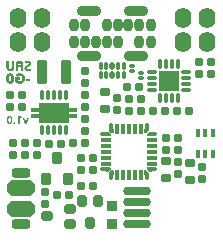
<source format=gbs>
G04*
G04 #@! TF.GenerationSoftware,Altium Limited,Altium Designer,19.1.5 (86)*
G04*
G04 Layer_Color=16711935*
%FSLAX25Y25*%
%MOIN*%
G70*
G01*
G75*
G04:AMPARAMS|DCode=35|XSize=27.62mil|YSize=27.62mil|CornerRadius=4.36mil|HoleSize=0mil|Usage=FLASHONLY|Rotation=270.000|XOffset=0mil|YOffset=0mil|HoleType=Round|Shape=RoundedRectangle|*
%AMROUNDEDRECTD35*
21,1,0.02762,0.01890,0,0,270.0*
21,1,0.01890,0.02762,0,0,270.0*
1,1,0.00872,-0.00945,-0.00945*
1,1,0.00872,-0.00945,0.00945*
1,1,0.00872,0.00945,0.00945*
1,1,0.00872,0.00945,-0.00945*
%
%ADD35ROUNDEDRECTD35*%
G04:AMPARAMS|DCode=37|XSize=27.62mil|YSize=27.62mil|CornerRadius=4.36mil|HoleSize=0mil|Usage=FLASHONLY|Rotation=180.000|XOffset=0mil|YOffset=0mil|HoleType=Round|Shape=RoundedRectangle|*
%AMROUNDEDRECTD37*
21,1,0.02762,0.01890,0,0,180.0*
21,1,0.01890,0.02762,0,0,180.0*
1,1,0.00872,-0.00945,0.00945*
1,1,0.00872,0.00945,0.00945*
1,1,0.00872,0.00945,-0.00945*
1,1,0.00872,-0.00945,-0.00945*
%
%ADD37ROUNDEDRECTD37*%
G04:AMPARAMS|DCode=43|XSize=14mil|YSize=20mil|CornerRadius=4.5mil|HoleSize=0mil|Usage=FLASHONLY|Rotation=270.000|XOffset=0mil|YOffset=0mil|HoleType=Round|Shape=RoundedRectangle|*
%AMROUNDEDRECTD43*
21,1,0.01400,0.01100,0,0,270.0*
21,1,0.00500,0.02000,0,0,270.0*
1,1,0.00900,-0.00550,-0.00250*
1,1,0.00900,-0.00550,0.00250*
1,1,0.00900,0.00550,0.00250*
1,1,0.00900,0.00550,-0.00250*
%
%ADD43ROUNDEDRECTD43*%
%ADD49O,0.05518X0.06935*%
%ADD52O,0.03392X0.04337*%
G04:AMPARAMS|DCode=96|XSize=27.62mil|YSize=31.56mil|CornerRadius=4.95mil|HoleSize=0mil|Usage=FLASHONLY|Rotation=270.000|XOffset=0mil|YOffset=0mil|HoleType=Round|Shape=RoundedRectangle|*
%AMROUNDEDRECTD96*
21,1,0.02762,0.02165,0,0,270.0*
21,1,0.01772,0.03156,0,0,270.0*
1,1,0.00991,-0.01083,-0.00886*
1,1,0.00991,-0.01083,0.00886*
1,1,0.00991,0.01083,0.00886*
1,1,0.00991,0.01083,-0.00886*
%
%ADD96ROUNDEDRECTD96*%
G04:AMPARAMS|DCode=97|XSize=31.56mil|YSize=63.06mil|CornerRadius=8.89mil|HoleSize=0mil|Usage=FLASHONLY|Rotation=270.000|XOffset=0mil|YOffset=0mil|HoleType=Round|Shape=RoundedRectangle|*
%AMROUNDEDRECTD97*
21,1,0.03156,0.04528,0,0,270.0*
21,1,0.01378,0.06306,0,0,270.0*
1,1,0.01778,-0.02264,-0.00689*
1,1,0.01778,-0.02264,0.00689*
1,1,0.01778,0.02264,0.00689*
1,1,0.01778,0.02264,-0.00689*
%
%ADD97ROUNDEDRECTD97*%
%ADD98R,0.07093X0.07093*%
%ADD99O,0.03353X0.01384*%
%ADD100O,0.01384X0.03353*%
G04:AMPARAMS|DCode=101|XSize=15.81mil|YSize=29.98mil|CornerRadius=4.95mil|HoleSize=0mil|Usage=FLASHONLY|Rotation=180.000|XOffset=0mil|YOffset=0mil|HoleType=Round|Shape=RoundedRectangle|*
%AMROUNDEDRECTD101*
21,1,0.01581,0.02008,0,0,180.0*
21,1,0.00591,0.02998,0,0,180.0*
1,1,0.00991,-0.00295,0.01004*
1,1,0.00991,0.00295,0.01004*
1,1,0.00991,0.00295,-0.01004*
1,1,0.00991,-0.00295,-0.01004*
%
%ADD101ROUNDEDRECTD101*%
G04:AMPARAMS|DCode=102|XSize=82.74mil|YSize=35.5mil|CornerRadius=9.87mil|HoleSize=0mil|Usage=FLASHONLY|Rotation=90.000|XOffset=0mil|YOffset=0mil|HoleType=Round|Shape=RoundedRectangle|*
%AMROUNDEDRECTD102*
21,1,0.08274,0.01575,0,0,90.0*
21,1,0.06299,0.03550,0,0,90.0*
1,1,0.01975,0.00787,0.03150*
1,1,0.01975,0.00787,-0.03150*
1,1,0.01975,-0.00787,-0.03150*
1,1,0.01975,-0.00787,0.03150*
%
%ADD102ROUNDEDRECTD102*%
%ADD103R,0.09849X0.06896*%
%ADD104O,0.01306X0.03550*%
G04:AMPARAMS|DCode=105|XSize=31.56mil|YSize=39.43mil|CornerRadius=8.89mil|HoleSize=0mil|Usage=FLASHONLY|Rotation=180.000|XOffset=0mil|YOffset=0mil|HoleType=Round|Shape=RoundedRectangle|*
%AMROUNDEDRECTD105*
21,1,0.03156,0.02165,0,0,180.0*
21,1,0.01378,0.03943,0,0,180.0*
1,1,0.01778,-0.00689,0.01083*
1,1,0.01778,0.00689,0.01083*
1,1,0.01778,0.00689,-0.01083*
1,1,0.01778,-0.00689,-0.01083*
%
%ADD105ROUNDEDRECTD105*%
G04:AMPARAMS|DCode=106|XSize=31.56mil|YSize=39.43mil|CornerRadius=8.89mil|HoleSize=0mil|Usage=FLASHONLY|Rotation=90.000|XOffset=0mil|YOffset=0mil|HoleType=Round|Shape=RoundedRectangle|*
%AMROUNDEDRECTD106*
21,1,0.03156,0.02165,0,0,90.0*
21,1,0.01378,0.03943,0,0,90.0*
1,1,0.01778,0.01083,0.00689*
1,1,0.01778,0.01083,-0.00689*
1,1,0.01778,-0.01083,-0.00689*
1,1,0.01778,-0.01083,0.00689*
%
%ADD106ROUNDEDRECTD106*%
G04:AMPARAMS|DCode=107|XSize=94mil|YSize=51.24mil|CornerRadius=0mil|HoleSize=0mil|Usage=FLASHONLY|Rotation=180.000|XOffset=0mil|YOffset=0mil|HoleType=Round|Shape=Octagon|*
%AMOCTAGOND107*
4,1,8,-0.04700,0.01281,-0.04700,-0.01281,-0.03419,-0.02562,0.03419,-0.02562,0.04700,-0.01281,0.04700,0.01281,0.03419,0.02562,-0.03419,0.02562,-0.04700,0.01281,0.0*
%
%ADD107OCTAGOND107*%

G04:AMPARAMS|DCode=108|XSize=29mil|YSize=94mil|CornerRadius=14.5mil|HoleSize=0mil|Usage=FLASHONLY|Rotation=90.000|XOffset=0mil|YOffset=0mil|HoleType=Round|Shape=RoundedRectangle|*
%AMROUNDEDRECTD108*
21,1,0.02900,0.06500,0,0,90.0*
21,1,0.00000,0.09400,0,0,90.0*
1,1,0.02900,0.03250,0.00000*
1,1,0.02900,0.03250,0.00000*
1,1,0.02900,-0.03250,0.00000*
1,1,0.02900,-0.03250,0.00000*
%
%ADD108ROUNDEDRECTD108*%
G04:AMPARAMS|DCode=109|XSize=35.5mil|YSize=35.5mil|CornerRadius=5.15mil|HoleSize=0mil|Usage=FLASHONLY|Rotation=90.000|XOffset=0mil|YOffset=0mil|HoleType=Round|Shape=RoundedRectangle|*
%AMROUNDEDRECTD109*
21,1,0.03550,0.02520,0,0,90.0*
21,1,0.02520,0.03550,0,0,90.0*
1,1,0.01030,0.01260,0.01260*
1,1,0.01030,0.01260,-0.01260*
1,1,0.01030,-0.01260,-0.01260*
1,1,0.01030,-0.01260,0.01260*
%
%ADD109ROUNDEDRECTD109*%
G04:AMPARAMS|DCode=110|XSize=16mil|YSize=26mil|CornerRadius=5mil|HoleSize=0mil|Usage=FLASHONLY|Rotation=270.000|XOffset=0mil|YOffset=0mil|HoleType=Round|Shape=RoundedRectangle|*
%AMROUNDEDRECTD110*
21,1,0.01600,0.01600,0,0,270.0*
21,1,0.00600,0.02600,0,0,270.0*
1,1,0.01000,-0.00800,-0.00300*
1,1,0.01000,-0.00800,0.00300*
1,1,0.01000,0.00800,0.00300*
1,1,0.01000,0.00800,-0.00300*
%
%ADD110ROUNDEDRECTD110*%
G04:AMPARAMS|DCode=111|XSize=16mil|YSize=36mil|CornerRadius=5mil|HoleSize=0mil|Usage=FLASHONLY|Rotation=270.000|XOffset=0mil|YOffset=0mil|HoleType=Round|Shape=RoundedRectangle|*
%AMROUNDEDRECTD111*
21,1,0.01600,0.02600,0,0,270.0*
21,1,0.00600,0.03600,0,0,270.0*
1,1,0.01000,-0.01300,-0.00300*
1,1,0.01000,-0.01300,0.00300*
1,1,0.01000,0.01300,0.00300*
1,1,0.01000,0.01300,-0.00300*
%
%ADD111ROUNDEDRECTD111*%
G04:AMPARAMS|DCode=112|XSize=16mil|YSize=26mil|CornerRadius=5mil|HoleSize=0mil|Usage=FLASHONLY|Rotation=0.000|XOffset=0mil|YOffset=0mil|HoleType=Round|Shape=RoundedRectangle|*
%AMROUNDEDRECTD112*
21,1,0.01600,0.01600,0,0,0.0*
21,1,0.00600,0.02600,0,0,0.0*
1,1,0.01000,0.00300,-0.00800*
1,1,0.01000,-0.00300,-0.00800*
1,1,0.01000,-0.00300,0.00800*
1,1,0.01000,0.00300,0.00800*
%
%ADD112ROUNDEDRECTD112*%
G04:AMPARAMS|DCode=113|XSize=16mil|YSize=36mil|CornerRadius=5mil|HoleSize=0mil|Usage=FLASHONLY|Rotation=0.000|XOffset=0mil|YOffset=0mil|HoleType=Round|Shape=RoundedRectangle|*
%AMROUNDEDRECTD113*
21,1,0.01600,0.02600,0,0,0.0*
21,1,0.00600,0.03600,0,0,0.0*
1,1,0.01000,0.00300,-0.01300*
1,1,0.01000,-0.00300,-0.01300*
1,1,0.01000,-0.00300,0.01300*
1,1,0.01000,0.00300,0.01300*
%
%ADD113ROUNDEDRECTD113*%
G04:AMPARAMS|DCode=114|XSize=11.87mil|YSize=24.67mil|CornerRadius=3.97mil|HoleSize=0mil|Usage=FLASHONLY|Rotation=0.000|XOffset=0mil|YOffset=0mil|HoleType=Round|Shape=RoundedRectangle|*
%AMROUNDEDRECTD114*
21,1,0.01187,0.01673,0,0,0.0*
21,1,0.00394,0.02467,0,0,0.0*
1,1,0.00794,0.00197,-0.00837*
1,1,0.00794,-0.00197,-0.00837*
1,1,0.00794,-0.00197,0.00837*
1,1,0.00794,0.00197,0.00837*
%
%ADD114ROUNDEDRECTD114*%
G04:AMPARAMS|DCode=115|XSize=19.75mil|YSize=24.67mil|CornerRadius=5.94mil|HoleSize=0mil|Usage=FLASHONLY|Rotation=180.000|XOffset=0mil|YOffset=0mil|HoleType=Round|Shape=RoundedRectangle|*
%AMROUNDEDRECTD115*
21,1,0.01975,0.01280,0,0,180.0*
21,1,0.00787,0.02467,0,0,180.0*
1,1,0.01187,-0.00394,0.00640*
1,1,0.01187,0.00394,0.00640*
1,1,0.01187,0.00394,-0.00640*
1,1,0.01187,-0.00394,-0.00640*
%
%ADD115ROUNDEDRECTD115*%
G04:AMPARAMS|DCode=116|XSize=35.58mil|YSize=42.27mil|CornerRadius=9.89mil|HoleSize=0mil|Usage=FLASHONLY|Rotation=0.000|XOffset=0mil|YOffset=0mil|HoleType=Round|Shape=RoundedRectangle|*
%AMROUNDEDRECTD116*
21,1,0.03558,0.02248,0,0,0.0*
21,1,0.01579,0.04227,0,0,0.0*
1,1,0.01979,0.00789,-0.01124*
1,1,0.01979,-0.00789,-0.01124*
1,1,0.01979,-0.00789,0.01124*
1,1,0.01979,0.00789,0.01124*
%
%ADD116ROUNDEDRECTD116*%
%ADD117R,0.03550X0.01502*%
%ADD118O,0.08265X0.03343*%
G36*
X49313Y31370D02*
X49369Y31313D01*
X49400Y31240D01*
Y31200D01*
Y30650D01*
X48550Y29800D01*
X47900D01*
Y31400D01*
X49240D01*
X49313Y31370D01*
D02*
G37*
G36*
X50313Y30369D02*
X50370Y30313D01*
X50400Y30240D01*
Y30200D01*
Y28900D01*
X48800D01*
Y29550D01*
X49650Y30400D01*
X50240D01*
X50313Y30369D01*
D02*
G37*
G36*
X50400Y42800D02*
Y42760D01*
X50370Y42687D01*
X50313Y42630D01*
X50240Y42600D01*
X49650D01*
X48800Y43450D01*
Y44100D01*
X50400D01*
Y42800D01*
D02*
G37*
G36*
X49400Y42350D02*
Y41800D01*
Y41760D01*
X49369Y41687D01*
X49313Y41630D01*
X49240Y41600D01*
X47900D01*
Y43200D01*
X48550D01*
X49400Y42350D01*
D02*
G37*
G36*
X63100Y29800D02*
X62450D01*
X61600Y30650D01*
Y31200D01*
Y31240D01*
X61630Y31313D01*
X61687Y31370D01*
X61760Y31400D01*
X63100D01*
Y29800D01*
D02*
G37*
G36*
X62200Y29550D02*
Y28900D01*
X60600D01*
Y30200D01*
Y30240D01*
X60630Y30313D01*
X60687Y30369D01*
X60760Y30400D01*
X61350D01*
X62200Y29550D01*
D02*
G37*
G36*
Y43450D02*
X61350Y42600D01*
X60760D01*
X60687Y42630D01*
X60630Y42687D01*
X60600Y42760D01*
Y42800D01*
Y44100D01*
X62200D01*
Y43450D01*
D02*
G37*
G36*
X63100Y41600D02*
X61760D01*
X61687Y41630D01*
X61630Y41687D01*
X61600Y41760D01*
Y41800D01*
Y42350D01*
X62450Y43200D01*
X63100D01*
Y41600D01*
D02*
G37*
G36*
X17277Y64784D02*
X17273Y64663D01*
X17261Y64551D01*
X17245Y64442D01*
X17221Y64341D01*
X17196Y64249D01*
X17164Y64161D01*
X17136Y64080D01*
X17100Y64012D01*
X17068Y63947D01*
X17036Y63891D01*
X17007Y63843D01*
X16983Y63803D01*
X16959Y63771D01*
X16943Y63750D01*
X16931Y63735D01*
X16927Y63730D01*
X16859Y63662D01*
X16786Y63602D01*
X16710Y63550D01*
X16630Y63505D01*
X16553Y63469D01*
X16477Y63437D01*
X16400Y63409D01*
X16324Y63389D01*
X16256Y63373D01*
X16191Y63361D01*
X16135Y63353D01*
X16087Y63349D01*
X16047Y63345D01*
X16014Y63341D01*
X15990D01*
X15882Y63345D01*
X15781Y63357D01*
X15689Y63377D01*
X15597Y63401D01*
X15516Y63433D01*
X15440Y63465D01*
X15367Y63497D01*
X15303Y63538D01*
X15247Y63574D01*
X15194Y63606D01*
X15154Y63642D01*
X15118Y63670D01*
X15090Y63694D01*
X15070Y63714D01*
X15058Y63726D01*
X15054Y63730D01*
X14989Y63807D01*
X14937Y63887D01*
X14889Y63976D01*
X14849Y64060D01*
X14817Y64148D01*
X14784Y64237D01*
X14764Y64321D01*
X14744Y64406D01*
X14728Y64482D01*
X14720Y64555D01*
X14712Y64619D01*
X14704Y64675D01*
Y64719D01*
X14700Y64755D01*
Y64776D01*
Y64784D01*
Y66786D01*
X15536D01*
Y64731D01*
X15540Y64635D01*
X15552Y64551D01*
X15572Y64478D01*
X15592Y64422D01*
X15617Y64374D01*
X15633Y64341D01*
X15649Y64321D01*
X15653Y64313D01*
X15701Y64265D01*
X15753Y64229D01*
X15810Y64205D01*
X15866Y64189D01*
X15914Y64177D01*
X15954Y64173D01*
X15970Y64169D01*
X15990D01*
X16067Y64177D01*
X16135Y64193D01*
X16191Y64213D01*
X16240Y64241D01*
X16276Y64269D01*
X16304Y64289D01*
X16320Y64305D01*
X16324Y64313D01*
X16360Y64374D01*
X16388Y64438D01*
X16409Y64510D01*
X16421Y64579D01*
X16429Y64639D01*
X16433Y64663D01*
X16437Y64687D01*
Y64707D01*
Y64719D01*
Y64727D01*
Y64731D01*
Y66786D01*
X17277D01*
Y64784D01*
D02*
G37*
G36*
X21819Y66782D02*
X21892D01*
X21956Y66778D01*
X22016Y66774D01*
X22069Y66770D01*
X22117Y66765D01*
X22161Y66761D01*
X22201Y66754D01*
X22233Y66750D01*
X22262Y66745D01*
X22282Y66741D01*
X22302Y66737D01*
X22314D01*
X22318Y66733D01*
X22322D01*
X22394Y66709D01*
X22459Y66685D01*
X22519Y66657D01*
X22567Y66629D01*
X22607Y66601D01*
X22639Y66581D01*
X22656Y66565D01*
X22664Y66561D01*
X22716Y66512D01*
X22760Y66460D01*
X22800Y66408D01*
X22832Y66360D01*
X22857Y66315D01*
X22873Y66283D01*
X22885Y66259D01*
X22889Y66255D01*
Y66251D01*
X22913Y66183D01*
X22929Y66110D01*
X22945Y66046D01*
X22953Y65982D01*
X22957Y65929D01*
X22961Y65885D01*
Y65869D01*
Y65857D01*
Y65853D01*
Y65849D01*
X22957Y65765D01*
X22941Y65684D01*
X22921Y65608D01*
X22897Y65539D01*
X22873Y65483D01*
X22853Y65439D01*
X22844Y65423D01*
X22837Y65411D01*
X22832Y65407D01*
Y65403D01*
X22780Y65326D01*
X22720Y65258D01*
X22660Y65194D01*
X22603Y65145D01*
X22551Y65105D01*
X22511Y65073D01*
X22495Y65065D01*
X22483Y65057D01*
X22479Y65049D01*
X22475D01*
X21823Y64655D01*
X21783Y64627D01*
X21747Y64603D01*
X21719Y64579D01*
X21695Y64555D01*
X21675Y64539D01*
X21663Y64522D01*
X21655Y64514D01*
X21651Y64510D01*
X21631Y64486D01*
X21614Y64462D01*
X21606Y64438D01*
X21598Y64418D01*
X21594Y64398D01*
X21590Y64386D01*
Y64378D01*
Y64374D01*
X21594Y64346D01*
X21598Y64321D01*
X21618Y64281D01*
X21639Y64257D01*
X21643Y64253D01*
X21647Y64249D01*
X21671Y64237D01*
X21695Y64225D01*
X21747Y64213D01*
X21771D01*
X21791Y64209D01*
X22973D01*
Y63401D01*
X21916D01*
X21848Y63405D01*
X21783D01*
X21723Y63409D01*
X21671Y63413D01*
X21618Y63417D01*
X21574Y63421D01*
X21534Y63425D01*
X21502Y63429D01*
X21470Y63433D01*
X21446D01*
X21426Y63437D01*
X21409Y63441D01*
X21397Y63445D01*
X21389D01*
X21321Y63465D01*
X21257Y63489D01*
X21200Y63513D01*
X21148Y63538D01*
X21108Y63562D01*
X21076Y63582D01*
X21060Y63594D01*
X21052Y63598D01*
X20991Y63646D01*
X20935Y63698D01*
X20891Y63750D01*
X20851Y63803D01*
X20822Y63847D01*
X20798Y63883D01*
X20786Y63907D01*
X20782Y63911D01*
Y63915D01*
X20750Y63992D01*
X20726Y64064D01*
X20706Y64136D01*
X20694Y64201D01*
X20686Y64257D01*
X20682Y64301D01*
Y64317D01*
Y64329D01*
Y64337D01*
Y64341D01*
X20690Y64438D01*
X20706Y64530D01*
X20726Y64615D01*
X20754Y64687D01*
X20782Y64748D01*
X20794Y64772D01*
X20802Y64792D01*
X20814Y64808D01*
X20818Y64820D01*
X20827Y64828D01*
Y64832D01*
X20883Y64916D01*
X20951Y64989D01*
X21019Y65057D01*
X21088Y65113D01*
X21148Y65162D01*
X21172Y65182D01*
X21196Y65198D01*
X21212Y65210D01*
X21228Y65218D01*
X21237Y65226D01*
X21240D01*
X21876Y65608D01*
X21916Y65632D01*
X21948Y65656D01*
X21980Y65680D01*
X22000Y65700D01*
X22020Y65716D01*
X22032Y65728D01*
X22040Y65736D01*
X22045Y65740D01*
X22061Y65765D01*
X22073Y65793D01*
X22089Y65833D01*
X22093Y65853D01*
X22097Y65865D01*
Y65873D01*
Y65877D01*
X22093Y65901D01*
X22085Y65925D01*
X22061Y65953D01*
X22040Y65974D01*
X22032Y65978D01*
X22028D01*
X21996Y65990D01*
X21960Y65998D01*
X21916Y66002D01*
X21876Y66006D01*
X21836Y66010D01*
X20887D01*
Y66786D01*
X21743D01*
X21819Y66782D01*
D02*
G37*
G36*
X19122Y66838D02*
X19227Y66826D01*
X19319Y66806D01*
X19411Y66782D01*
X19492Y66750D01*
X19568Y66717D01*
X19641Y66681D01*
X19705Y66645D01*
X19761Y66609D01*
X19809Y66573D01*
X19854Y66540D01*
X19890Y66508D01*
X19918Y66484D01*
X19938Y66464D01*
X19950Y66452D01*
X19954Y66448D01*
X20014Y66372D01*
X20071Y66291D01*
X20115Y66207D01*
X20155Y66118D01*
X20191Y66034D01*
X20220Y65946D01*
X20240Y65861D01*
X20260Y65781D01*
X20276Y65700D01*
X20284Y65632D01*
X20292Y65568D01*
X20300Y65511D01*
Y65467D01*
X20304Y65431D01*
Y65411D01*
Y65403D01*
Y63401D01*
X19464D01*
Y65443D01*
X19460Y65544D01*
X19448Y65628D01*
X19428Y65700D01*
X19407Y65760D01*
X19387Y65809D01*
X19367Y65841D01*
X19355Y65861D01*
X19351Y65869D01*
X19303Y65917D01*
X19251Y65953D01*
X19194Y65982D01*
X19142Y65998D01*
X19094Y66010D01*
X19054Y66014D01*
X19038Y66018D01*
X19017D01*
X18945Y66010D01*
X18877Y65994D01*
X18821Y65974D01*
X18772Y65946D01*
X18736Y65917D01*
X18708Y65897D01*
X18692Y65881D01*
X18688Y65873D01*
X18648Y65817D01*
X18616Y65753D01*
X18595Y65688D01*
X18579Y65628D01*
X18571Y65572D01*
X18563Y65527D01*
Y65511D01*
Y65499D01*
Y65491D01*
Y65487D01*
Y65451D01*
X19315D01*
Y64655D01*
X18563D01*
Y63401D01*
X17723D01*
Y65403D01*
X17727Y65523D01*
X17739Y65636D01*
X17755Y65745D01*
X17779Y65841D01*
X17808Y65937D01*
X17836Y66022D01*
X17868Y66098D01*
X17900Y66171D01*
X17936Y66235D01*
X17968Y66291D01*
X17996Y66339D01*
X18024Y66376D01*
X18049Y66408D01*
X18065Y66432D01*
X18077Y66444D01*
X18081Y66448D01*
X18149Y66516D01*
X18222Y66577D01*
X18298Y66629D01*
X18374Y66677D01*
X18455Y66713D01*
X18531Y66745D01*
X18607Y66774D01*
X18680Y66794D01*
X18752Y66810D01*
X18812Y66822D01*
X18873Y66830D01*
X18921Y66838D01*
X18961D01*
X18993Y66842D01*
X19017D01*
X19122Y66838D01*
D02*
G37*
G36*
X22463Y60115D02*
X21192D01*
Y60738D01*
X22463D01*
Y60115D01*
D02*
G37*
G36*
X19239Y62660D02*
X19367Y62643D01*
X19484Y62623D01*
X19540Y62611D01*
X19588Y62599D01*
X19633Y62583D01*
X19673Y62571D01*
X19709Y62563D01*
X19741Y62551D01*
X19765Y62543D01*
X19781Y62535D01*
X19793Y62531D01*
X19797D01*
X19914Y62475D01*
X20022Y62414D01*
X20123Y62350D01*
X20207Y62290D01*
X20244Y62257D01*
X20276Y62233D01*
X20304Y62209D01*
X20328Y62185D01*
X20348Y62169D01*
X20360Y62157D01*
X20368Y62149D01*
X20372Y62145D01*
X20461Y62049D01*
X20537Y61948D01*
X20601Y61852D01*
X20658Y61763D01*
X20678Y61723D01*
X20698Y61687D01*
X20714Y61655D01*
X20730Y61626D01*
X20742Y61606D01*
X20746Y61590D01*
X20754Y61578D01*
Y61574D01*
X20798Y61458D01*
X20827Y61337D01*
X20851Y61228D01*
X20867Y61124D01*
X20871Y61080D01*
X20875Y61039D01*
X20879Y61003D01*
Y60971D01*
X20883Y60947D01*
Y60927D01*
Y60915D01*
Y60911D01*
X20879Y60782D01*
X20863Y60658D01*
X20843Y60545D01*
X20831Y60493D01*
X20818Y60444D01*
X20806Y60400D01*
X20794Y60360D01*
X20782Y60324D01*
X20774Y60296D01*
X20766Y60272D01*
X20758Y60256D01*
X20754Y60243D01*
Y60239D01*
X20698Y60123D01*
X20638Y60018D01*
X20577Y59922D01*
X20517Y59838D01*
X20489Y59801D01*
X20461Y59769D01*
X20437Y59741D01*
X20416Y59717D01*
X20400Y59697D01*
X20388Y59685D01*
X20380Y59677D01*
X20376Y59673D01*
X20280Y59584D01*
X20183Y59504D01*
X20087Y59439D01*
X19998Y59383D01*
X19958Y59363D01*
X19922Y59343D01*
X19890Y59327D01*
X19862Y59311D01*
X19842Y59299D01*
X19821Y59295D01*
X19813Y59287D01*
X19809D01*
X19689Y59242D01*
X19568Y59214D01*
X19452Y59190D01*
X19347Y59174D01*
X19303Y59170D01*
X19259Y59166D01*
X19218Y59162D01*
X19186D01*
X19162Y59158D01*
X19126D01*
X19038Y59162D01*
X18949Y59170D01*
X18865Y59182D01*
X18784Y59198D01*
X18708Y59214D01*
X18636Y59238D01*
X18567Y59259D01*
X18503Y59283D01*
X18447Y59307D01*
X18398Y59327D01*
X18354Y59351D01*
X18314Y59367D01*
X18286Y59383D01*
X18262Y59395D01*
X18250Y59403D01*
X18246Y59407D01*
X18173Y59456D01*
X18105Y59512D01*
X18041Y59564D01*
X17980Y59624D01*
X17928Y59681D01*
X17876Y59741D01*
X17832Y59797D01*
X17787Y59854D01*
X17751Y59906D01*
X17719Y59954D01*
X17695Y59994D01*
X17671Y60035D01*
X17655Y60063D01*
X17639Y60087D01*
X17635Y60103D01*
X17631Y60107D01*
X17594Y60187D01*
X17562Y60268D01*
X17538Y60348D01*
X17514Y60420D01*
X17498Y60485D01*
X17494Y60509D01*
X17486Y60533D01*
X17482Y60553D01*
Y60565D01*
X17478Y60573D01*
Y60577D01*
X17462Y60678D01*
X17446Y60782D01*
X17438Y60879D01*
X17434Y60971D01*
X17430Y61015D01*
Y61051D01*
X17426Y61088D01*
Y61116D01*
Y61140D01*
Y61156D01*
Y61168D01*
Y61172D01*
Y61317D01*
X19194D01*
Y60565D01*
X18362D01*
X18402Y60469D01*
X18451Y60388D01*
X18503Y60316D01*
X18551Y60256D01*
X18599Y60207D01*
X18636Y60175D01*
X18660Y60155D01*
X18664Y60147D01*
X18668D01*
X18744Y60099D01*
X18824Y60063D01*
X18901Y60039D01*
X18973Y60022D01*
X19038Y60010D01*
X19062Y60006D01*
X19086D01*
X19106Y60002D01*
X19130D01*
X19198Y60006D01*
X19267Y60014D01*
X19327Y60026D01*
X19387Y60043D01*
X19444Y60063D01*
X19496Y60087D01*
X19544Y60107D01*
X19588Y60135D01*
X19624Y60159D01*
X19661Y60179D01*
X19689Y60203D01*
X19717Y60223D01*
X19737Y60239D01*
X19749Y60251D01*
X19757Y60260D01*
X19761Y60264D01*
X19805Y60316D01*
X19846Y60368D01*
X19878Y60420D01*
X19906Y60477D01*
X19930Y60529D01*
X19954Y60585D01*
X19982Y60686D01*
X19994Y60734D01*
X20002Y60778D01*
X20006Y60818D01*
X20010Y60851D01*
X20014Y60879D01*
Y60899D01*
Y60911D01*
Y60915D01*
X20010Y60987D01*
X20002Y61060D01*
X19990Y61124D01*
X19974Y61188D01*
X19954Y61244D01*
X19930Y61301D01*
X19910Y61353D01*
X19882Y61397D01*
X19858Y61437D01*
X19838Y61478D01*
X19813Y61506D01*
X19793Y61534D01*
X19777Y61554D01*
X19765Y61570D01*
X19757Y61578D01*
X19753Y61582D01*
X19701Y61630D01*
X19649Y61671D01*
X19596Y61711D01*
X19540Y61739D01*
X19488Y61767D01*
X19432Y61787D01*
X19331Y61823D01*
X19283Y61831D01*
X19239Y61839D01*
X19198Y61848D01*
X19166Y61852D01*
X19138Y61856D01*
X19102D01*
X19034Y61852D01*
X18965Y61843D01*
X18901Y61831D01*
X18845Y61815D01*
X18800Y61799D01*
X18764Y61787D01*
X18740Y61779D01*
X18732Y61775D01*
X18664Y61743D01*
X18599Y61703D01*
X18539Y61663D01*
X18483Y61626D01*
X18439Y61590D01*
X18402Y61562D01*
X18378Y61542D01*
X18370Y61534D01*
X17799Y62133D01*
X17912Y62225D01*
X18021Y62306D01*
X18125Y62374D01*
X18217Y62430D01*
X18262Y62454D01*
X18298Y62475D01*
X18334Y62491D01*
X18362Y62507D01*
X18386Y62519D01*
X18402Y62523D01*
X18415Y62531D01*
X18418D01*
X18543Y62575D01*
X18664Y62607D01*
X18776Y62631D01*
X18881Y62647D01*
X18929Y62651D01*
X18973Y62656D01*
X19009Y62660D01*
X19042Y62664D01*
X19102D01*
X19239Y62660D01*
D02*
G37*
G36*
X16014Y62656D02*
X16103Y62647D01*
X16191Y62631D01*
X16272Y62607D01*
X16348Y62583D01*
X16421Y62555D01*
X16485Y62527D01*
X16545Y62499D01*
X16597Y62467D01*
X16646Y62438D01*
X16686Y62410D01*
X16722Y62386D01*
X16746Y62366D01*
X16766Y62350D01*
X16778Y62338D01*
X16782Y62334D01*
X16843Y62274D01*
X16895Y62209D01*
X16939Y62141D01*
X16979Y62073D01*
X17011Y62004D01*
X17040Y61940D01*
X17064Y61876D01*
X17080Y61815D01*
X17096Y61755D01*
X17104Y61703D01*
X17112Y61655D01*
X17120Y61614D01*
Y61582D01*
X17124Y61554D01*
Y61538D01*
Y61534D01*
Y60280D01*
X17120Y60191D01*
X17108Y60107D01*
X17092Y60026D01*
X17072Y59950D01*
X17044Y59878D01*
X17016Y59813D01*
X16983Y59753D01*
X16951Y59697D01*
X16923Y59649D01*
X16891Y59604D01*
X16863Y59564D01*
X16835Y59532D01*
X16815Y59508D01*
X16798Y59492D01*
X16786Y59480D01*
X16782Y59476D01*
X16714Y59419D01*
X16646Y59371D01*
X16573Y59327D01*
X16501Y59291D01*
X16429Y59263D01*
X16356Y59234D01*
X16288Y59214D01*
X16220Y59198D01*
X16159Y59186D01*
X16099Y59174D01*
X16051Y59166D01*
X16003Y59162D01*
X15966D01*
X15942Y59158D01*
X15918D01*
X15822Y59162D01*
X15733Y59170D01*
X15645Y59186D01*
X15564Y59210D01*
X15488Y59234D01*
X15416Y59259D01*
X15351Y59291D01*
X15291Y59319D01*
X15235Y59347D01*
X15186Y59379D01*
X15146Y59403D01*
X15114Y59431D01*
X15086Y59452D01*
X15066Y59468D01*
X15054Y59476D01*
X15050Y59480D01*
X14989Y59540D01*
X14933Y59608D01*
X14889Y59673D01*
X14849Y59741D01*
X14813Y59809D01*
X14784Y59874D01*
X14760Y59938D01*
X14744Y60002D01*
X14728Y60059D01*
X14720Y60111D01*
X14712Y60159D01*
X14704Y60199D01*
Y60236D01*
X14700Y60260D01*
Y60276D01*
Y60280D01*
Y61534D01*
X14704Y61622D01*
X14716Y61707D01*
X14732Y61787D01*
X14756Y61860D01*
X14780Y61932D01*
X14813Y61996D01*
X14845Y62056D01*
X14877Y62113D01*
X14909Y62165D01*
X14941Y62205D01*
X14973Y62246D01*
X14998Y62278D01*
X15022Y62302D01*
X15038Y62318D01*
X15050Y62330D01*
X15054Y62334D01*
X15122Y62390D01*
X15190Y62442D01*
X15263Y62487D01*
X15335Y62523D01*
X15407Y62555D01*
X15480Y62579D01*
X15552Y62603D01*
X15617Y62619D01*
X15681Y62631D01*
X15737Y62643D01*
X15789Y62651D01*
X15834Y62656D01*
X15870D01*
X15894Y62660D01*
X15918D01*
X16014Y62656D01*
D02*
G37*
G36*
X19087Y48436D02*
X19230Y48357D01*
X19371Y48286D01*
X19437Y48254D01*
X19501Y48229D01*
X19562Y48204D01*
X19616Y48181D01*
X19664Y48165D01*
X19705Y48149D01*
X19740Y48140D01*
X19766Y48130D01*
X19782Y48127D01*
X19788Y48124D01*
Y47633D01*
X19731Y47642D01*
X19670Y47655D01*
X19613Y47671D01*
X19562Y47687D01*
X19517Y47699D01*
X19482Y47712D01*
X19469Y47719D01*
X19460Y47722D01*
X19453Y47725D01*
X19450D01*
X19383Y47754D01*
X19326Y47782D01*
X19278Y47808D01*
X19237Y47833D01*
X19201Y47856D01*
X19179Y47872D01*
X19163Y47885D01*
X19160Y47888D01*
Y45738D01*
X18586D01*
Y48532D01*
X18949D01*
X19087Y48436D01*
D02*
G37*
G36*
X21501Y45738D02*
X20857D01*
X20123Y47690D01*
X20720D01*
X21087Y46449D01*
X21106Y46382D01*
X21119Y46321D01*
X21131Y46264D01*
X21141Y46216D01*
X21147Y46178D01*
X21150Y46149D01*
X21154Y46130D01*
Y46127D01*
Y46124D01*
X21163D01*
X21166Y46178D01*
X21176Y46232D01*
X21186Y46290D01*
X21198Y46344D01*
X21211Y46392D01*
X21221Y46427D01*
X21224Y46443D01*
X21227Y46452D01*
X21230Y46459D01*
Y46462D01*
X21587Y47690D01*
X22200D01*
X21501Y45738D01*
D02*
G37*
G36*
X17425Y46290D02*
X17469Y46280D01*
X17511Y46264D01*
X17546Y46251D01*
X17578Y46235D01*
X17597Y46219D01*
X17613Y46210D01*
X17616Y46207D01*
X17648Y46175D01*
X17673Y46139D01*
X17689Y46101D01*
X17702Y46069D01*
X17708Y46038D01*
X17712Y46015D01*
X17715Y45999D01*
Y45993D01*
X17712Y45945D01*
X17699Y45904D01*
X17683Y45865D01*
X17667Y45836D01*
X17648Y45811D01*
X17635Y45792D01*
X17622Y45779D01*
X17619Y45776D01*
X17581Y45747D01*
X17539Y45728D01*
X17501Y45712D01*
X17463Y45702D01*
X17431Y45696D01*
X17402Y45693D01*
X17380D01*
X17326Y45696D01*
X17281Y45706D01*
X17240Y45719D01*
X17205Y45734D01*
X17176Y45747D01*
X17153Y45760D01*
X17141Y45770D01*
X17138Y45773D01*
X17106Y45805D01*
X17080Y45843D01*
X17064Y45878D01*
X17051Y45913D01*
X17045Y45945D01*
X17039Y45970D01*
Y45986D01*
Y45993D01*
X17042Y46038D01*
X17054Y46079D01*
X17071Y46117D01*
X17086Y46149D01*
X17106Y46171D01*
X17121Y46191D01*
X17134Y46203D01*
X17138Y46207D01*
X17176Y46235D01*
X17214Y46258D01*
X17255Y46270D01*
X17291Y46283D01*
X17323Y46290D01*
X17351Y46293D01*
X17373D01*
X17425Y46290D01*
D02*
G37*
G36*
X15791Y48516D02*
X15877Y48503D01*
X15954Y48484D01*
X16027Y48462D01*
X16097Y48433D01*
X16158Y48401D01*
X16216Y48366D01*
X16267Y48331D01*
X16311Y48296D01*
X16350Y48261D01*
X16381Y48229D01*
X16410Y48200D01*
X16429Y48178D01*
X16445Y48159D01*
X16455Y48146D01*
X16458Y48143D01*
X16503Y48070D01*
X16544Y47990D01*
X16579Y47904D01*
X16608Y47818D01*
X16633Y47725D01*
X16656Y47636D01*
X16672Y47546D01*
X16688Y47460D01*
X16697Y47381D01*
X16707Y47304D01*
X16710Y47234D01*
X16716Y47176D01*
Y47125D01*
X16720Y47106D01*
Y47090D01*
Y47077D01*
Y47068D01*
Y47061D01*
Y47058D01*
X16716Y46934D01*
X16710Y46819D01*
X16697Y46711D01*
X16678Y46608D01*
X16656Y46513D01*
X16630Y46427D01*
X16602Y46344D01*
X16570Y46270D01*
X16535Y46200D01*
X16496Y46136D01*
X16455Y46079D01*
X16413Y46028D01*
X16372Y45980D01*
X16327Y45935D01*
X16283Y45897D01*
X16238Y45865D01*
X16193Y45833D01*
X16149Y45808D01*
X16104Y45785D01*
X16062Y45766D01*
X15980Y45734D01*
X15906Y45715D01*
X15874Y45709D01*
X15845Y45702D01*
X15820Y45699D01*
X15798Y45696D01*
X15778Y45693D01*
X15756D01*
X15667Y45696D01*
X15584Y45709D01*
X15507Y45728D01*
X15437Y45750D01*
X15370Y45779D01*
X15310Y45811D01*
X15252Y45843D01*
X15204Y45878D01*
X15160Y45913D01*
X15121Y45945D01*
X15089Y45977D01*
X15064Y46006D01*
X15042Y46028D01*
X15029Y46047D01*
X15019Y46060D01*
X15016Y46063D01*
X14972Y46136D01*
X14933Y46216D01*
X14898Y46299D01*
X14869Y46385D01*
X14844Y46474D01*
X14821Y46561D01*
X14806Y46650D01*
X14793Y46733D01*
X14783Y46813D01*
X14774Y46886D01*
X14767Y46953D01*
X14764Y47010D01*
X14761Y47055D01*
Y47074D01*
Y47093D01*
Y47106D01*
Y47116D01*
Y47119D01*
Y47122D01*
X14764Y47250D01*
X14771Y47368D01*
X14783Y47479D01*
X14802Y47585D01*
X14821Y47680D01*
X14847Y47770D01*
X14876Y47853D01*
X14908Y47929D01*
X14943Y47999D01*
X14978Y48066D01*
X15019Y48124D01*
X15058Y48178D01*
X15099Y48226D01*
X15144Y48270D01*
X15188Y48309D01*
X15230Y48344D01*
X15274Y48376D01*
X15319Y48401D01*
X15361Y48427D01*
X15405Y48446D01*
X15485Y48478D01*
X15555Y48497D01*
X15587Y48503D01*
X15616Y48510D01*
X15641Y48513D01*
X15661Y48516D01*
X15680Y48519D01*
X15702D01*
X15791Y48516D01*
D02*
G37*
%LPC*%
G36*
X15946Y61924D02*
X15918D01*
X15858Y61920D01*
X15801Y61904D01*
X15749Y61884D01*
X15709Y61860D01*
X15673Y61835D01*
X15649Y61815D01*
X15633Y61799D01*
X15629Y61795D01*
X15588Y61747D01*
X15560Y61691D01*
X15536Y61638D01*
X15524Y61586D01*
X15516Y61542D01*
X15508Y61506D01*
Y61482D01*
Y61478D01*
Y61474D01*
Y60356D01*
X15512Y60288D01*
X15528Y60227D01*
X15544Y60171D01*
X15568Y60127D01*
X15588Y60091D01*
X15608Y60063D01*
X15625Y60043D01*
X15629Y60039D01*
X15673Y59998D01*
X15721Y59966D01*
X15769Y59946D01*
X15818Y59930D01*
X15858Y59922D01*
X15890Y59918D01*
X15910Y59914D01*
X15918D01*
X15978Y59918D01*
X16035Y59934D01*
X16083Y59954D01*
X16127Y59978D01*
X16159Y59998D01*
X16183Y60018D01*
X16199Y60035D01*
X16204Y60039D01*
X16240Y60087D01*
X16268Y60139D01*
X16288Y60195D01*
X16300Y60243D01*
X16308Y60288D01*
X16316Y60324D01*
Y60348D01*
Y60352D01*
Y60356D01*
Y61474D01*
X16312Y61542D01*
X16300Y61606D01*
X16280Y61659D01*
X16260Y61707D01*
X16240Y61743D01*
X16220Y61771D01*
X16207Y61791D01*
X16204Y61795D01*
X16159Y61839D01*
X16111Y61872D01*
X16063Y61892D01*
X16019Y61908D01*
X15978Y61916D01*
X15946Y61924D01*
D02*
G37*
G36*
X15731Y48079D02*
X15728D01*
X15692Y48076D01*
X15661Y48070D01*
X15629Y48054D01*
X15600Y48038D01*
X15574Y48015D01*
X15549Y47990D01*
X15527Y47961D01*
X15504Y47926D01*
X15466Y47853D01*
X15437Y47770D01*
X15412Y47684D01*
X15389Y47591D01*
X15373Y47499D01*
X15361Y47412D01*
X15354Y47329D01*
X15348Y47256D01*
X15345Y47224D01*
Y47192D01*
X15341Y47167D01*
Y47144D01*
Y47128D01*
Y47113D01*
Y47106D01*
Y47103D01*
Y47014D01*
X15345Y46931D01*
X15351Y46854D01*
X15358Y46781D01*
X15367Y46714D01*
X15377Y46650D01*
X15389Y46593D01*
X15402Y46538D01*
X15418Y46490D01*
X15434Y46443D01*
X15450Y46404D01*
X15466Y46366D01*
X15485Y46331D01*
X15501Y46299D01*
X15520Y46273D01*
X15539Y46248D01*
X15578Y46210D01*
X15613Y46178D01*
X15645Y46156D01*
X15676Y46143D01*
X15702Y46133D01*
X15721Y46130D01*
X15734Y46127D01*
X15737D01*
X15775Y46130D01*
X15807Y46136D01*
X15839Y46149D01*
X15871Y46168D01*
X15900Y46191D01*
X15925Y46213D01*
X15948Y46242D01*
X15970Y46273D01*
X16011Y46347D01*
X16043Y46427D01*
X16069Y46513D01*
X16091Y46602D01*
X16107Y46688D01*
X16120Y46774D01*
X16129Y46854D01*
X16136Y46927D01*
X16139Y46959D01*
Y46988D01*
Y47014D01*
X16142Y47033D01*
Y47052D01*
Y47065D01*
Y47071D01*
Y47074D01*
Y47167D01*
X16139Y47250D01*
X16133Y47333D01*
X16123Y47406D01*
X16114Y47476D01*
X16104Y47540D01*
X16091Y47601D01*
X16078Y47655D01*
X16062Y47706D01*
X16047Y47754D01*
X16027Y47795D01*
X16011Y47833D01*
X15992Y47868D01*
X15973Y47900D01*
X15954Y47929D01*
X15935Y47955D01*
X15897Y47996D01*
X15858Y48025D01*
X15823Y48047D01*
X15791Y48063D01*
X15766Y48073D01*
X15747Y48076D01*
X15731Y48079D01*
D02*
G37*
%LPD*%
D35*
X71900Y29032D02*
D03*
Y32969D02*
D03*
X17000Y39469D02*
D03*
Y35531D02*
D03*
X39500Y30531D02*
D03*
Y34468D02*
D03*
X43500Y30531D02*
D03*
Y34468D02*
D03*
X80000Y27531D02*
D03*
Y31468D02*
D03*
X41000Y59531D02*
D03*
Y63468D02*
D03*
X59500Y53969D02*
D03*
Y50032D02*
D03*
X55500Y53969D02*
D03*
Y50032D02*
D03*
X16000Y55468D02*
D03*
Y51531D02*
D03*
X20000Y55468D02*
D03*
Y51531D02*
D03*
X41000Y55468D02*
D03*
Y51531D02*
D03*
Y43532D02*
D03*
Y47469D02*
D03*
X51500Y50532D02*
D03*
Y54469D02*
D03*
X27500Y19031D02*
D03*
Y22968D02*
D03*
X68000Y40968D02*
D03*
Y37031D02*
D03*
X72000Y40968D02*
D03*
Y37031D02*
D03*
D37*
X31532Y22000D02*
D03*
X35469D02*
D03*
X39531Y25000D02*
D03*
X43468D02*
D03*
X24969Y35500D02*
D03*
X21032D02*
D03*
X82968Y66500D02*
D03*
X79031D02*
D03*
Y62500D02*
D03*
X82968D02*
D03*
X71531Y50000D02*
D03*
X75468D02*
D03*
X63532D02*
D03*
X67469D02*
D03*
X58969Y58000D02*
D03*
X55032D02*
D03*
X24969Y39500D02*
D03*
X21032D02*
D03*
X29032Y39200D02*
D03*
X32969D02*
D03*
X40968Y39500D02*
D03*
X37031D02*
D03*
D43*
X56500Y63500D02*
D03*
Y65000D02*
D03*
X59500Y61200D02*
D03*
Y62700D02*
D03*
D49*
X18583Y81063D02*
D03*
X26457D02*
D03*
Y73189D02*
D03*
X18583D02*
D03*
X81417Y81063D02*
D03*
X73543D02*
D03*
Y73189D02*
D03*
X81417D02*
D03*
D52*
X48228Y78622D02*
D03*
X40945D02*
D03*
X37205D02*
D03*
Y73110D02*
D03*
X40945D02*
D03*
X44685D02*
D03*
X48228D02*
D03*
X62795D02*
D03*
X59055D02*
D03*
X51772D02*
D03*
X62795Y78622D02*
D03*
X59055D02*
D03*
X55315D02*
D03*
X51772D02*
D03*
D96*
X47400Y56295D02*
D03*
Y50705D02*
D03*
X68000Y33295D02*
D03*
Y27705D02*
D03*
X76000Y32795D02*
D03*
Y27205D02*
D03*
D97*
X19500Y12535D02*
D03*
Y29465D02*
D03*
D98*
X69000Y60000D02*
D03*
D99*
X63291Y57047D02*
D03*
Y59016D02*
D03*
Y60984D02*
D03*
Y62953D02*
D03*
X74709Y57047D02*
D03*
Y59016D02*
D03*
Y60984D02*
D03*
Y62953D02*
D03*
D100*
X71953Y54291D02*
D03*
X69984D02*
D03*
X68016D02*
D03*
X66047D02*
D03*
X71953Y65709D02*
D03*
X69984D02*
D03*
X68016D02*
D03*
X66047D02*
D03*
D101*
X78441Y42822D02*
D03*
X81000Y42822D02*
D03*
X83559Y42822D02*
D03*
Y35578D02*
D03*
X81000Y35578D02*
D03*
X78441Y35578D02*
D03*
D102*
X26563Y63000D02*
D03*
X34437D02*
D03*
D103*
X30500Y49500D02*
D03*
D104*
X26563Y43693D02*
D03*
X28532D02*
D03*
X30500D02*
D03*
X32469D02*
D03*
X34437D02*
D03*
Y55307D02*
D03*
X32469D02*
D03*
X30500D02*
D03*
X28532D02*
D03*
X26563D02*
D03*
D105*
X39941Y20240D02*
D03*
X45059D02*
D03*
X42500Y12760D02*
D03*
D106*
X35740Y17559D02*
D03*
Y12441D02*
D03*
X28260Y15000D02*
D03*
D107*
X19500Y17535D02*
D03*
Y24465D02*
D03*
D108*
X58379Y12382D02*
D03*
Y16043D02*
D03*
Y19705D02*
D03*
Y23366D02*
D03*
D109*
X50000Y12500D02*
D03*
Y18500D02*
D03*
D110*
X63650Y42406D02*
D03*
Y30595D02*
D03*
X47350D02*
D03*
Y42406D02*
D03*
D111*
X63150Y40437D02*
D03*
Y38469D02*
D03*
Y36500D02*
D03*
Y34532D02*
D03*
Y32563D02*
D03*
X47850D02*
D03*
Y34532D02*
D03*
Y36500D02*
D03*
Y38469D02*
D03*
Y40437D02*
D03*
D112*
X61405Y28350D02*
D03*
X49595D02*
D03*
Y44650D02*
D03*
X61405D02*
D03*
D113*
X59437Y28850D02*
D03*
X57468D02*
D03*
X55500D02*
D03*
X53531D02*
D03*
X51563D02*
D03*
Y44150D02*
D03*
X53531D02*
D03*
X55500D02*
D03*
X57468D02*
D03*
X59437D02*
D03*
D114*
X48031Y65026D02*
D03*
X46063D02*
D03*
X51968Y61974D02*
D03*
X53937D02*
D03*
X51968Y65026D02*
D03*
X53937D02*
D03*
X46063Y61974D02*
D03*
X48031D02*
D03*
D115*
X50000Y65026D02*
D03*
Y61974D02*
D03*
D116*
X35240Y27516D02*
D03*
X27760D02*
D03*
X31500Y34484D02*
D03*
D117*
X24594Y48516D02*
D03*
Y50484D02*
D03*
X36405D02*
D03*
Y48516D02*
D03*
D118*
X57874Y68268D02*
D03*
X42126Y83465D02*
D03*
Y68268D02*
D03*
X57874Y83465D02*
D03*
M02*

</source>
